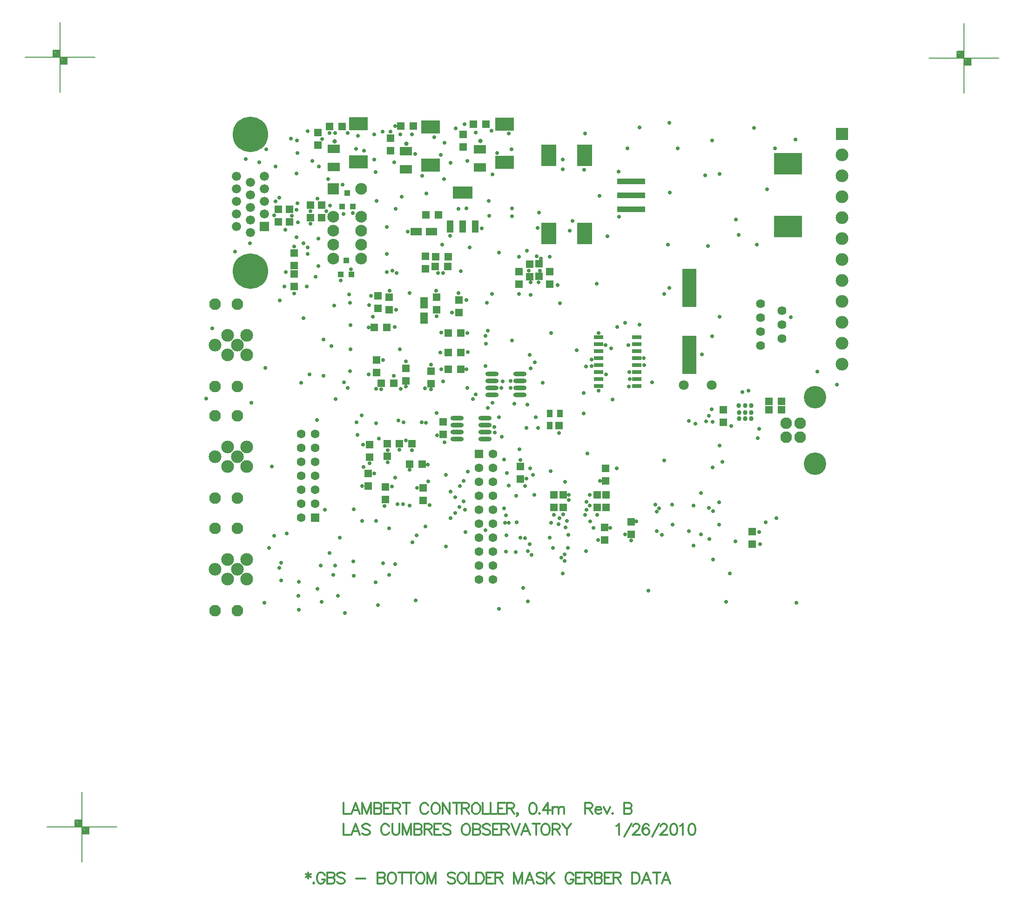
<source format=gbs>
%FSLAX23Y23*%
%MOIN*%
G70*
G01*
G75*
G04 Layer_Color=16711935*
%ADD10R,0.070X0.135*%
%ADD11R,0.067X0.014*%
%ADD12R,0.050X0.015*%
%ADD13R,0.039X0.059*%
%ADD14R,0.050X0.050*%
%ADD15R,0.035X0.053*%
%ADD16R,0.053X0.053*%
%ADD17R,0.050X0.050*%
%ADD18O,0.087X0.024*%
%ADD19R,0.135X0.070*%
%ADD20R,0.030X0.125*%
%ADD21R,0.078X0.048*%
%ADD22R,0.067X0.040*%
%ADD23R,0.037X0.035*%
%ADD24R,0.037X0.035*%
%ADD25R,0.065X0.012*%
%ADD26R,0.065X0.024*%
%ADD27R,0.075X0.063*%
%ADD28R,0.063X0.106*%
%ADD29R,0.150X0.110*%
%ADD30O,0.028X0.018*%
%ADD31R,0.067X0.067*%
%ADD32R,0.125X0.170*%
%ADD33R,0.110X0.030*%
%ADD34O,0.083X0.012*%
%ADD35O,0.012X0.083*%
%ADD36R,0.138X0.085*%
%ADD37R,0.043X0.085*%
%ADD38R,0.043X0.085*%
%ADD39R,0.047X0.055*%
%ADD40O,0.012X0.071*%
%ADD41O,0.071X0.012*%
%ADD42R,0.075X0.059*%
%ADD43R,0.017X0.017*%
%ADD44R,0.134X0.134*%
%ADD45O,0.010X0.035*%
%ADD46O,0.035X0.010*%
%ADD47C,0.010*%
%ADD48C,0.040*%
%ADD49C,0.075*%
%ADD50C,0.005*%
%ADD51C,0.020*%
%ADD52C,0.012*%
%ADD53C,0.008*%
%ADD54C,0.012*%
%ADD55C,0.012*%
%ADD56C,0.080*%
%ADD57R,0.080X0.080*%
%ADD58C,0.067*%
%ADD59C,0.060*%
%ADD60C,0.020*%
%ADD61C,0.059*%
%ADD62R,0.059X0.059*%
%ADD63C,0.157*%
%ADD64C,0.079*%
%ADD65C,0.087*%
%ADD66R,0.087X0.087*%
%ADD67C,0.250*%
%ADD68R,0.062X0.062*%
%ADD69C,0.062*%
%ADD70C,0.030*%
%ADD71C,0.024*%
%ADD72C,0.028*%
G04:AMPARAMS|DCode=73|XSize=100mil|YSize=100mil|CornerRadius=0mil|HoleSize=0mil|Usage=FLASHONLY|Rotation=0.000|XOffset=0mil|YOffset=0mil|HoleType=Round|Shape=Relief|Width=10mil|Gap=10mil|Entries=4|*
%AMTHD73*
7,0,0,0.100,0.080,0.010,45*
%
%ADD73THD73*%
%ADD74C,0.044*%
%ADD75C,0.059*%
%ADD76C,0.050*%
%ADD77C,0.030*%
%ADD78C,0.055*%
%ADD79C,0.111*%
%ADD80C,0.056*%
%ADD81C,0.147*%
%ADD82C,0.067*%
%ADD83C,0.140*%
%ADD84C,0.055*%
%ADD85C,0.036*%
%ADD86C,0.071*%
%ADD87C,0.130*%
%ADD88C,0.103*%
G04:AMPARAMS|DCode=89|XSize=70mil|YSize=70mil|CornerRadius=0mil|HoleSize=0mil|Usage=FLASHONLY|Rotation=0.000|XOffset=0mil|YOffset=0mil|HoleType=Round|Shape=Relief|Width=10mil|Gap=10mil|Entries=4|*
%AMTHD89*
7,0,0,0.070,0.050,0.010,45*
%
%ADD89THD89*%
%ADD90C,0.033*%
G04:AMPARAMS|DCode=91|XSize=90mil|YSize=90mil|CornerRadius=0mil|HoleSize=0mil|Usage=FLASHONLY|Rotation=0.000|XOffset=0mil|YOffset=0mil|HoleType=Round|Shape=Relief|Width=10mil|Gap=10mil|Entries=4|*
%AMTHD91*
7,0,0,0.090,0.070,0.010,45*
%
%ADD91THD91*%
G04:AMPARAMS|DCode=92|XSize=95.433mil|YSize=95.433mil|CornerRadius=0mil|HoleSize=0mil|Usage=FLASHONLY|Rotation=0.000|XOffset=0mil|YOffset=0mil|HoleType=Round|Shape=Relief|Width=10mil|Gap=10mil|Entries=4|*
%AMTHD92*
7,0,0,0.095,0.075,0.010,45*
%
%ADD92THD92*%
G04:AMPARAMS|DCode=93|XSize=150.551mil|YSize=150.551mil|CornerRadius=0mil|HoleSize=0mil|Usage=FLASHONLY|Rotation=0.000|XOffset=0mil|YOffset=0mil|HoleType=Round|Shape=Relief|Width=10mil|Gap=10mil|Entries=4|*
%AMTHD93*
7,0,0,0.151,0.131,0.010,45*
%
%ADD93THD93*%
G04:AMPARAMS|DCode=94|XSize=96.221mil|YSize=96.221mil|CornerRadius=0mil|HoleSize=0mil|Usage=FLASHONLY|Rotation=0.000|XOffset=0mil|YOffset=0mil|HoleType=Round|Shape=Relief|Width=10mil|Gap=10mil|Entries=4|*
%AMTHD94*
7,0,0,0.096,0.076,0.010,45*
%
%ADD94THD94*%
G04:AMPARAMS|DCode=95|XSize=107.244mil|YSize=107.244mil|CornerRadius=0mil|HoleSize=0mil|Usage=FLASHONLY|Rotation=0.000|XOffset=0mil|YOffset=0mil|HoleType=Round|Shape=Relief|Width=10mil|Gap=10mil|Entries=4|*
%AMTHD95*
7,0,0,0.107,0.087,0.010,45*
%
%ADD95THD95*%
G04:AMPARAMS|DCode=96|XSize=180mil|YSize=180mil|CornerRadius=0mil|HoleSize=0mil|Usage=FLASHONLY|Rotation=0.000|XOffset=0mil|YOffset=0mil|HoleType=Round|Shape=Relief|Width=10mil|Gap=10mil|Entries=4|*
%AMTHD96*
7,0,0,0.180,0.160,0.010,45*
%
%ADD96THD96*%
G04:AMPARAMS|DCode=97|XSize=95mil|YSize=95mil|CornerRadius=0mil|HoleSize=0mil|Usage=FLASHONLY|Rotation=0.000|XOffset=0mil|YOffset=0mil|HoleType=Round|Shape=Relief|Width=10mil|Gap=10mil|Entries=4|*
%AMTHD97*
7,0,0,0.095,0.075,0.010,45*
%
%ADD97THD97*%
G04:AMPARAMS|DCode=98|XSize=75.748mil|YSize=75.748mil|CornerRadius=0mil|HoleSize=0mil|Usage=FLASHONLY|Rotation=0.000|XOffset=0mil|YOffset=0mil|HoleType=Round|Shape=Relief|Width=10mil|Gap=10mil|Entries=4|*
%AMTHD98*
7,0,0,0.076,0.056,0.010,45*
%
%ADD98THD98*%
G04:AMPARAMS|DCode=99|XSize=111.181mil|YSize=111.181mil|CornerRadius=0mil|HoleSize=0mil|Usage=FLASHONLY|Rotation=0.000|XOffset=0mil|YOffset=0mil|HoleType=Round|Shape=Relief|Width=10mil|Gap=10mil|Entries=4|*
%AMTHD99*
7,0,0,0.111,0.091,0.010,45*
%
%ADD99THD99*%
G04:AMPARAMS|DCode=100|XSize=73mil|YSize=73mil|CornerRadius=0mil|HoleSize=0mil|Usage=FLASHONLY|Rotation=0.000|XOffset=0mil|YOffset=0mil|HoleType=Round|Shape=Relief|Width=10mil|Gap=10mil|Entries=4|*
%AMTHD100*
7,0,0,0.073,0.053,0.010,45*
%
%ADD100THD100*%
%ADD101O,0.091X0.028*%
%ADD102R,0.048X0.078*%
%ADD103R,0.200X0.040*%
%ADD104R,0.200X0.150*%
%ADD105R,0.106X0.150*%
%ADD106R,0.086X0.060*%
%ADD107R,0.130X0.094*%
%ADD108R,0.098X0.268*%
%ADD109R,0.035X0.037*%
%ADD110R,0.035X0.037*%
%ADD111C,0.010*%
%ADD112C,0.010*%
%ADD113C,0.007*%
%ADD114C,0.008*%
%ADD115C,0.024*%
%ADD116C,0.012*%
%ADD117C,0.012*%
%ADD118C,0.007*%
%ADD119R,0.280X0.130*%
%ADD120R,0.074X0.139*%
%ADD121R,0.071X0.018*%
%ADD122R,0.054X0.019*%
%ADD123R,0.043X0.063*%
%ADD124R,0.054X0.054*%
%ADD125R,0.039X0.057*%
%ADD126R,0.057X0.057*%
%ADD127R,0.054X0.054*%
%ADD128O,0.091X0.028*%
%ADD129R,0.139X0.074*%
%ADD130R,0.034X0.129*%
%ADD131R,0.082X0.052*%
%ADD132R,0.071X0.044*%
%ADD133R,0.041X0.039*%
%ADD134R,0.041X0.039*%
%ADD135R,0.069X0.016*%
%ADD136R,0.069X0.028*%
%ADD137R,0.079X0.067*%
%ADD138R,0.067X0.110*%
%ADD139R,0.154X0.114*%
%ADD140O,0.032X0.022*%
%ADD141R,0.071X0.071*%
%ADD142R,0.129X0.174*%
%ADD143R,0.114X0.034*%
%ADD144O,0.087X0.016*%
%ADD145O,0.016X0.087*%
%ADD146R,0.142X0.089*%
%ADD147R,0.047X0.089*%
%ADD148R,0.047X0.089*%
%ADD149R,0.051X0.059*%
%ADD150O,0.016X0.075*%
%ADD151O,0.075X0.016*%
%ADD152R,0.079X0.063*%
%ADD153R,0.021X0.021*%
%ADD154R,0.138X0.138*%
%ADD155O,0.014X0.039*%
%ADD156O,0.039X0.014*%
%ADD157C,0.084*%
%ADD158R,0.084X0.084*%
%ADD159C,0.004*%
%ADD160C,0.071*%
%ADD161C,0.064*%
%ADD162C,0.063*%
%ADD163R,0.063X0.063*%
%ADD164C,0.161*%
%ADD165C,0.083*%
%ADD166R,0.004X0.004*%
%ADD167C,0.091*%
%ADD168R,0.091X0.091*%
%ADD169C,0.254*%
%ADD170R,0.066X0.066*%
%ADD171C,0.066*%
%ADD172C,0.034*%
%ADD173C,0.032*%
%ADD174O,0.095X0.032*%
%ADD175R,0.052X0.082*%
%ADD176R,0.204X0.044*%
%ADD177R,0.204X0.154*%
%ADD178R,0.110X0.154*%
%ADD179R,0.090X0.064*%
%ADD180R,0.134X0.098*%
%ADD181R,0.102X0.272*%
%ADD182R,0.039X0.041*%
%ADD183R,0.039X0.041*%
D52*
X20279Y9600D02*
Y9555D01*
X20260Y9589D02*
X20298Y9566D01*
Y9589D02*
X20260Y9566D01*
X20318Y9528D02*
X20315Y9524D01*
X20318Y9520D01*
X20322Y9524D01*
X20318Y9528D01*
X20397Y9581D02*
X20393Y9589D01*
X20385Y9597D01*
X20378Y9600D01*
X20363D01*
X20355Y9597D01*
X20347Y9589D01*
X20344Y9581D01*
X20340Y9570D01*
Y9551D01*
X20344Y9540D01*
X20347Y9532D01*
X20355Y9524D01*
X20363Y9520D01*
X20378D01*
X20385Y9524D01*
X20393Y9532D01*
X20397Y9540D01*
Y9551D01*
X20378D02*
X20397D01*
X20415Y9600D02*
Y9520D01*
Y9600D02*
X20449D01*
X20461Y9597D01*
X20465Y9593D01*
X20468Y9585D01*
Y9578D01*
X20465Y9570D01*
X20461Y9566D01*
X20449Y9562D01*
X20415D02*
X20449D01*
X20461Y9559D01*
X20465Y9555D01*
X20468Y9547D01*
Y9536D01*
X20465Y9528D01*
X20461Y9524D01*
X20449Y9520D01*
X20415D01*
X20540Y9589D02*
X20532Y9597D01*
X20521Y9600D01*
X20505D01*
X20494Y9597D01*
X20486Y9589D01*
Y9581D01*
X20490Y9574D01*
X20494Y9570D01*
X20502Y9566D01*
X20524Y9559D01*
X20532Y9555D01*
X20536Y9551D01*
X20540Y9543D01*
Y9532D01*
X20532Y9524D01*
X20521Y9520D01*
X20505D01*
X20494Y9524D01*
X20486Y9532D01*
X20620Y9555D02*
X20689D01*
X20775Y9600D02*
Y9520D01*
Y9600D02*
X20810D01*
X20821Y9597D01*
X20825Y9593D01*
X20829Y9585D01*
Y9578D01*
X20825Y9570D01*
X20821Y9566D01*
X20810Y9562D01*
X20775D02*
X20810D01*
X20821Y9559D01*
X20825Y9555D01*
X20829Y9547D01*
Y9536D01*
X20825Y9528D01*
X20821Y9524D01*
X20810Y9520D01*
X20775D01*
X20869Y9600D02*
X20862Y9597D01*
X20854Y9589D01*
X20850Y9581D01*
X20847Y9570D01*
Y9551D01*
X20850Y9540D01*
X20854Y9532D01*
X20862Y9524D01*
X20869Y9520D01*
X20885D01*
X20892Y9524D01*
X20900Y9532D01*
X20904Y9540D01*
X20908Y9551D01*
Y9570D01*
X20904Y9581D01*
X20900Y9589D01*
X20892Y9597D01*
X20885Y9600D01*
X20869D01*
X20953D02*
Y9520D01*
X20926Y9600D02*
X20980D01*
X21016D02*
Y9520D01*
X20989Y9600D02*
X21042D01*
X21075D02*
X21067Y9597D01*
X21060Y9589D01*
X21056Y9581D01*
X21052Y9570D01*
Y9551D01*
X21056Y9540D01*
X21060Y9532D01*
X21067Y9524D01*
X21075Y9520D01*
X21090D01*
X21098Y9524D01*
X21105Y9532D01*
X21109Y9540D01*
X21113Y9551D01*
Y9570D01*
X21109Y9581D01*
X21105Y9589D01*
X21098Y9597D01*
X21090Y9600D01*
X21075D01*
X21132D02*
Y9520D01*
Y9600D02*
X21162Y9520D01*
X21192Y9600D02*
X21162Y9520D01*
X21192Y9600D02*
Y9520D01*
X21331Y9589D02*
X21324Y9597D01*
X21312Y9600D01*
X21297D01*
X21286Y9597D01*
X21278Y9589D01*
Y9581D01*
X21282Y9574D01*
X21286Y9570D01*
X21293Y9566D01*
X21316Y9559D01*
X21324Y9555D01*
X21328Y9551D01*
X21331Y9543D01*
Y9532D01*
X21324Y9524D01*
X21312Y9520D01*
X21297D01*
X21286Y9524D01*
X21278Y9532D01*
X21372Y9600D02*
X21365Y9597D01*
X21357Y9589D01*
X21353Y9581D01*
X21349Y9570D01*
Y9551D01*
X21353Y9540D01*
X21357Y9532D01*
X21365Y9524D01*
X21372Y9520D01*
X21387D01*
X21395Y9524D01*
X21403Y9532D01*
X21407Y9540D01*
X21410Y9551D01*
Y9570D01*
X21407Y9581D01*
X21403Y9589D01*
X21395Y9597D01*
X21387Y9600D01*
X21372D01*
X21429D02*
Y9520D01*
X21475D01*
X21483Y9600D02*
Y9520D01*
Y9600D02*
X21510D01*
X21522Y9597D01*
X21529Y9589D01*
X21533Y9581D01*
X21537Y9570D01*
Y9551D01*
X21533Y9540D01*
X21529Y9532D01*
X21522Y9524D01*
X21510Y9520D01*
X21483D01*
X21604Y9600D02*
X21555D01*
Y9520D01*
X21604D01*
X21555Y9562D02*
X21585D01*
X21618Y9600D02*
Y9520D01*
Y9600D02*
X21652D01*
X21663Y9597D01*
X21667Y9593D01*
X21671Y9585D01*
Y9578D01*
X21667Y9570D01*
X21663Y9566D01*
X21652Y9562D01*
X21618D01*
X21644D02*
X21671Y9520D01*
X21752Y9600D02*
Y9520D01*
Y9600D02*
X21782Y9520D01*
X21813Y9600D02*
X21782Y9520D01*
X21813Y9600D02*
Y9520D01*
X21896D02*
X21866Y9600D01*
X21835Y9520D01*
X21847Y9547D02*
X21885D01*
X21968Y9589D02*
X21961Y9597D01*
X21949Y9600D01*
X21934D01*
X21923Y9597D01*
X21915Y9589D01*
Y9581D01*
X21919Y9574D01*
X21923Y9570D01*
X21930Y9566D01*
X21953Y9559D01*
X21961Y9555D01*
X21964Y9551D01*
X21968Y9543D01*
Y9532D01*
X21961Y9524D01*
X21949Y9520D01*
X21934D01*
X21923Y9524D01*
X21915Y9532D01*
X21986Y9600D02*
Y9520D01*
X22040Y9600D02*
X21986Y9547D01*
X22005Y9566D02*
X22040Y9520D01*
X22177Y9581D02*
X22174Y9589D01*
X22166Y9597D01*
X22158Y9600D01*
X22143D01*
X22136Y9597D01*
X22128Y9589D01*
X22124Y9581D01*
X22120Y9570D01*
Y9551D01*
X22124Y9540D01*
X22128Y9532D01*
X22136Y9524D01*
X22143Y9520D01*
X22158D01*
X22166Y9524D01*
X22174Y9532D01*
X22177Y9540D01*
Y9551D01*
X22158D02*
X22177D01*
X22245Y9600D02*
X22196D01*
Y9520D01*
X22245D01*
X22196Y9562D02*
X22226D01*
X22259Y9600D02*
Y9520D01*
Y9600D02*
X22293D01*
X22304Y9597D01*
X22308Y9593D01*
X22312Y9585D01*
Y9578D01*
X22308Y9570D01*
X22304Y9566D01*
X22293Y9562D01*
X22259D01*
X22285D02*
X22312Y9520D01*
X22330Y9600D02*
Y9520D01*
Y9600D02*
X22364D01*
X22375Y9597D01*
X22379Y9593D01*
X22383Y9585D01*
Y9578D01*
X22379Y9570D01*
X22375Y9566D01*
X22364Y9562D01*
X22330D02*
X22364D01*
X22375Y9559D01*
X22379Y9555D01*
X22383Y9547D01*
Y9536D01*
X22379Y9528D01*
X22375Y9524D01*
X22364Y9520D01*
X22330D01*
X22450Y9600D02*
X22401D01*
Y9520D01*
X22450D01*
X22401Y9562D02*
X22431D01*
X22464Y9600D02*
Y9520D01*
Y9600D02*
X22498D01*
X22510Y9597D01*
X22513Y9593D01*
X22517Y9585D01*
Y9578D01*
X22513Y9570D01*
X22510Y9566D01*
X22498Y9562D01*
X22464D01*
X22490D02*
X22517Y9520D01*
X22598Y9600D02*
Y9520D01*
Y9600D02*
X22625D01*
X22636Y9597D01*
X22644Y9589D01*
X22647Y9581D01*
X22651Y9570D01*
Y9551D01*
X22647Y9540D01*
X22644Y9532D01*
X22636Y9524D01*
X22625Y9520D01*
X22598D01*
X22730D02*
X22700Y9600D01*
X22669Y9520D01*
X22681Y9547D02*
X22719D01*
X22775Y9600D02*
Y9520D01*
X22749Y9600D02*
X22802D01*
X22872Y9520D02*
X22842Y9600D01*
X22812Y9520D01*
X22823Y9547D02*
X22861D01*
D53*
X24726Y15436D02*
X25226D01*
X24976Y15186D02*
Y15686D01*
X24926Y15486D02*
X24926Y15436D01*
X24926Y15486D02*
X24976Y15486D01*
X25026Y15436D02*
X25026Y15386D01*
X24976Y15386D02*
X25026Y15386D01*
X24981Y15431D02*
X25021D01*
Y15391D02*
Y15431D01*
X24981Y15391D02*
X25021D01*
X24981D02*
Y15431D01*
X24986Y15426D02*
X25016D01*
Y15396D02*
Y15426D01*
X24986Y15396D02*
X25016D01*
X24986D02*
Y15421D01*
X24991D02*
X25011D01*
X25011Y15401D01*
X24991Y15401D02*
X25011Y15401D01*
X24991Y15401D02*
Y15416D01*
X24996Y15416D02*
X25006Y15416D01*
Y15406D02*
Y15416D01*
X24996Y15406D02*
X25006D01*
X24996D02*
X24996Y15416D01*
Y15411D02*
X25006D01*
X24931Y15481D02*
X24971D01*
Y15441D02*
Y15481D01*
X24931Y15441D02*
X24971D01*
X24931D02*
Y15481D01*
X24936Y15476D02*
X24966D01*
Y15446D02*
Y15476D01*
X24936Y15446D02*
X24966D01*
X24936D02*
Y15471D01*
X24941D02*
X24961Y15471D01*
Y15451D02*
Y15471D01*
X24941Y15451D02*
X24961D01*
X24941D02*
Y15466D01*
X24946D02*
X24956D01*
X24956Y15456D02*
X24956Y15466D01*
X24946Y15456D02*
X24956Y15456D01*
X24946Y15456D02*
Y15466D01*
Y15461D02*
X24956D01*
X18250Y15444D02*
X18750D01*
X18500Y15194D02*
Y15694D01*
X18450Y15494D02*
X18450Y15444D01*
X18450Y15494D02*
X18500Y15494D01*
X18550Y15444D02*
X18550Y15394D01*
X18500Y15394D02*
X18550Y15394D01*
X18505Y15439D02*
X18545D01*
Y15399D02*
Y15439D01*
X18505Y15399D02*
X18545D01*
X18505D02*
Y15439D01*
X18510Y15434D02*
X18540D01*
Y15404D02*
Y15434D01*
X18510Y15404D02*
X18540D01*
X18510D02*
Y15429D01*
X18515D02*
X18535D01*
X18535Y15409D01*
X18515Y15409D02*
X18535Y15409D01*
X18515Y15409D02*
Y15424D01*
X18520Y15424D02*
X18530Y15424D01*
Y15414D02*
Y15424D01*
X18520Y15414D02*
X18530D01*
X18520D02*
X18520Y15424D01*
Y15419D02*
X18530D01*
X18455Y15489D02*
X18495D01*
Y15449D02*
Y15489D01*
X18455Y15449D02*
X18495D01*
X18455D02*
Y15489D01*
X18460Y15484D02*
X18490D01*
Y15454D02*
Y15484D01*
X18460Y15454D02*
X18490D01*
X18460D02*
Y15479D01*
X18465D02*
X18485Y15479D01*
Y15459D02*
Y15479D01*
X18465Y15459D02*
X18485D01*
X18465D02*
Y15474D01*
X18470D02*
X18480D01*
X18480Y15464D02*
X18480Y15474D01*
X18470Y15464D02*
X18480Y15464D01*
X18470Y15464D02*
Y15474D01*
Y15469D02*
X18480D01*
X18407Y9927D02*
X18907D01*
X18657Y9677D02*
Y10177D01*
X18607Y9977D02*
X18607Y9927D01*
X18607Y9977D02*
X18657Y9977D01*
X18707Y9927D02*
X18707Y9877D01*
X18657Y9877D02*
X18707Y9877D01*
X18662Y9922D02*
X18702D01*
Y9882D02*
Y9922D01*
X18662Y9882D02*
X18702D01*
X18662D02*
Y9922D01*
X18667Y9917D02*
X18697D01*
Y9887D02*
Y9917D01*
X18667Y9887D02*
X18697D01*
X18667D02*
Y9912D01*
X18672D02*
X18692D01*
X18692Y9892D01*
X18672Y9892D02*
X18692Y9892D01*
X18672Y9892D02*
Y9907D01*
X18677Y9907D02*
X18687Y9907D01*
Y9897D02*
Y9907D01*
X18677Y9897D02*
X18687D01*
X18677D02*
X18677Y9907D01*
Y9902D02*
X18687D01*
X18612Y9972D02*
X18652D01*
Y9932D02*
Y9972D01*
X18612Y9932D02*
X18652D01*
X18612D02*
Y9972D01*
X18617Y9967D02*
X18647D01*
Y9937D02*
Y9967D01*
X18617Y9937D02*
X18647D01*
X18617D02*
Y9962D01*
X18622D02*
X18642Y9962D01*
Y9942D02*
Y9962D01*
X18622Y9942D02*
X18642D01*
X18622D02*
Y9957D01*
X18627D02*
X18637D01*
X18637Y9947D02*
X18637Y9957D01*
X18627Y9947D02*
X18637Y9947D01*
X18627Y9947D02*
Y9957D01*
Y9952D02*
X18637D01*
D54*
X20532Y9948D02*
Y9868D01*
X20578D01*
X20648D02*
X20617Y9948D01*
X20587Y9868D01*
X20598Y9895D02*
X20636D01*
X20720Y9937D02*
X20712Y9944D01*
X20700Y9948D01*
X20685D01*
X20674Y9944D01*
X20666Y9937D01*
Y9929D01*
X20670Y9921D01*
X20674Y9918D01*
X20681Y9914D01*
X20704Y9906D01*
X20712Y9902D01*
X20716Y9899D01*
X20720Y9891D01*
Y9879D01*
X20712Y9872D01*
X20700Y9868D01*
X20685D01*
X20674Y9872D01*
X20666Y9879D01*
X20857Y9929D02*
X20854Y9937D01*
X20846Y9944D01*
X20838Y9948D01*
X20823D01*
X20816Y9944D01*
X20808Y9937D01*
X20804Y9929D01*
X20800Y9918D01*
Y9899D01*
X20804Y9887D01*
X20808Y9879D01*
X20816Y9872D01*
X20823Y9868D01*
X20838D01*
X20846Y9872D01*
X20854Y9879D01*
X20857Y9887D01*
X20880Y9948D02*
Y9891D01*
X20884Y9879D01*
X20891Y9872D01*
X20903Y9868D01*
X20910D01*
X20922Y9872D01*
X20929Y9879D01*
X20933Y9891D01*
Y9948D01*
X20955D02*
Y9868D01*
Y9948D02*
X20986Y9868D01*
X21016Y9948D02*
X20986Y9868D01*
X21016Y9948D02*
Y9868D01*
X21039Y9948D02*
Y9868D01*
Y9948D02*
X21073D01*
X21085Y9944D01*
X21089Y9940D01*
X21092Y9933D01*
Y9925D01*
X21089Y9918D01*
X21085Y9914D01*
X21073Y9910D01*
X21039D02*
X21073D01*
X21085Y9906D01*
X21089Y9902D01*
X21092Y9895D01*
Y9883D01*
X21089Y9876D01*
X21085Y9872D01*
X21073Y9868D01*
X21039D01*
X21110Y9948D02*
Y9868D01*
Y9948D02*
X21145D01*
X21156Y9944D01*
X21160Y9940D01*
X21164Y9933D01*
Y9925D01*
X21160Y9918D01*
X21156Y9914D01*
X21145Y9910D01*
X21110D01*
X21137D02*
X21164Y9868D01*
X21231Y9948D02*
X21182D01*
Y9868D01*
X21231D01*
X21182Y9910D02*
X21212D01*
X21298Y9937D02*
X21290Y9944D01*
X21279Y9948D01*
X21263D01*
X21252Y9944D01*
X21244Y9937D01*
Y9929D01*
X21248Y9921D01*
X21252Y9918D01*
X21260Y9914D01*
X21282Y9906D01*
X21290Y9902D01*
X21294Y9899D01*
X21298Y9891D01*
Y9879D01*
X21290Y9872D01*
X21279Y9868D01*
X21263D01*
X21252Y9872D01*
X21244Y9879D01*
X21401Y9948D02*
X21394Y9944D01*
X21386Y9937D01*
X21382Y9929D01*
X21378Y9918D01*
Y9899D01*
X21382Y9887D01*
X21386Y9879D01*
X21394Y9872D01*
X21401Y9868D01*
X21417D01*
X21424Y9872D01*
X21432Y9879D01*
X21436Y9887D01*
X21439Y9899D01*
Y9918D01*
X21436Y9929D01*
X21432Y9937D01*
X21424Y9944D01*
X21417Y9948D01*
X21401D01*
X21458D02*
Y9868D01*
Y9948D02*
X21492D01*
X21504Y9944D01*
X21508Y9940D01*
X21511Y9933D01*
Y9925D01*
X21508Y9918D01*
X21504Y9914D01*
X21492Y9910D01*
X21458D02*
X21492D01*
X21504Y9906D01*
X21508Y9902D01*
X21511Y9895D01*
Y9883D01*
X21508Y9876D01*
X21504Y9872D01*
X21492Y9868D01*
X21458D01*
X21583Y9937D02*
X21575Y9944D01*
X21564Y9948D01*
X21548D01*
X21537Y9944D01*
X21529Y9937D01*
Y9929D01*
X21533Y9921D01*
X21537Y9918D01*
X21544Y9914D01*
X21567Y9906D01*
X21575Y9902D01*
X21579Y9899D01*
X21583Y9891D01*
Y9879D01*
X21575Y9872D01*
X21564Y9868D01*
X21548D01*
X21537Y9872D01*
X21529Y9879D01*
X21650Y9948D02*
X21600D01*
Y9868D01*
X21650D01*
X21600Y9910D02*
X21631D01*
X21663Y9948D02*
Y9868D01*
Y9948D02*
X21698D01*
X21709Y9944D01*
X21713Y9940D01*
X21717Y9933D01*
Y9925D01*
X21713Y9918D01*
X21709Y9914D01*
X21698Y9910D01*
X21663D01*
X21690D02*
X21717Y9868D01*
X21735Y9948D02*
X21765Y9868D01*
X21795Y9948D02*
X21765Y9868D01*
X21867D02*
X21836Y9948D01*
X21806Y9868D01*
X21817Y9895D02*
X21855D01*
X21912Y9948D02*
Y9868D01*
X21885Y9948D02*
X21939D01*
X21971D02*
X21963Y9944D01*
X21956Y9937D01*
X21952Y9929D01*
X21948Y9918D01*
Y9899D01*
X21952Y9887D01*
X21956Y9879D01*
X21963Y9872D01*
X21971Y9868D01*
X21986D01*
X21994Y9872D01*
X22002Y9879D01*
X22005Y9887D01*
X22009Y9899D01*
Y9918D01*
X22005Y9929D01*
X22002Y9937D01*
X21994Y9944D01*
X21986Y9948D01*
X21971D01*
X22028D02*
Y9868D01*
Y9948D02*
X22062D01*
X22074Y9944D01*
X22077Y9940D01*
X22081Y9933D01*
Y9925D01*
X22077Y9918D01*
X22074Y9914D01*
X22062Y9910D01*
X22028D01*
X22054D02*
X22081Y9868D01*
X22099Y9948D02*
X22130Y9910D01*
Y9868D01*
X22160Y9948D02*
X22130Y9910D01*
X22484Y9933D02*
X22492Y9937D01*
X22504Y9948D01*
Y9868D01*
X22543Y9857D02*
X22596Y9948D01*
X22606Y9929D02*
Y9933D01*
X22609Y9940D01*
X22613Y9944D01*
X22621Y9948D01*
X22636D01*
X22644Y9944D01*
X22647Y9940D01*
X22651Y9933D01*
Y9925D01*
X22647Y9918D01*
X22640Y9906D01*
X22602Y9868D01*
X22655D01*
X22719Y9937D02*
X22715Y9944D01*
X22703Y9948D01*
X22696D01*
X22684Y9944D01*
X22677Y9933D01*
X22673Y9914D01*
Y9895D01*
X22677Y9879D01*
X22684Y9872D01*
X22696Y9868D01*
X22700D01*
X22711Y9872D01*
X22719Y9879D01*
X22723Y9891D01*
Y9895D01*
X22719Y9906D01*
X22711Y9914D01*
X22700Y9918D01*
X22696D01*
X22684Y9914D01*
X22677Y9906D01*
X22673Y9895D01*
X22740Y9857D02*
X22793Y9948D01*
X22803Y9929D02*
Y9933D01*
X22806Y9940D01*
X22810Y9944D01*
X22818Y9948D01*
X22833D01*
X22841Y9944D01*
X22844Y9940D01*
X22848Y9933D01*
Y9925D01*
X22844Y9918D01*
X22837Y9906D01*
X22799Y9868D01*
X22852D01*
X22893Y9948D02*
X22881Y9944D01*
X22874Y9933D01*
X22870Y9914D01*
Y9902D01*
X22874Y9883D01*
X22881Y9872D01*
X22893Y9868D01*
X22900D01*
X22912Y9872D01*
X22919Y9883D01*
X22923Y9902D01*
Y9914D01*
X22919Y9933D01*
X22912Y9944D01*
X22900Y9948D01*
X22893D01*
X22941Y9933D02*
X22949Y9937D01*
X22960Y9948D01*
Y9868D01*
X23023Y9948D02*
X23011Y9944D01*
X23004Y9933D01*
X23000Y9914D01*
Y9902D01*
X23004Y9883D01*
X23011Y9872D01*
X23023Y9868D01*
X23030D01*
X23042Y9872D01*
X23049Y9883D01*
X23053Y9902D01*
Y9914D01*
X23049Y9933D01*
X23042Y9944D01*
X23030Y9948D01*
X23023D01*
D55*
X20532Y10098D02*
Y10018D01*
X20578D01*
X20648D02*
X20617Y10098D01*
X20587Y10018D01*
X20598Y10045D02*
X20636D01*
X20666Y10098D02*
Y10018D01*
Y10098D02*
X20697Y10018D01*
X20727Y10098D02*
X20697Y10018D01*
X20727Y10098D02*
Y10018D01*
X20750Y10098D02*
Y10018D01*
Y10098D02*
X20784D01*
X20796Y10094D01*
X20800Y10090D01*
X20803Y10083D01*
Y10075D01*
X20800Y10068D01*
X20796Y10064D01*
X20784Y10060D01*
X20750D02*
X20784D01*
X20796Y10056D01*
X20800Y10052D01*
X20803Y10045D01*
Y10033D01*
X20800Y10026D01*
X20796Y10022D01*
X20784Y10018D01*
X20750D01*
X20871Y10098D02*
X20821D01*
Y10018D01*
X20871D01*
X20821Y10060D02*
X20852D01*
X20884Y10098D02*
Y10018D01*
Y10098D02*
X20918D01*
X20930Y10094D01*
X20934Y10090D01*
X20937Y10083D01*
Y10075D01*
X20934Y10068D01*
X20930Y10064D01*
X20918Y10060D01*
X20884D01*
X20911D02*
X20937Y10018D01*
X20982Y10098D02*
Y10018D01*
X20955Y10098D02*
X21009D01*
X21138Y10079D02*
X21134Y10087D01*
X21127Y10094D01*
X21119Y10098D01*
X21104D01*
X21096Y10094D01*
X21089Y10087D01*
X21085Y10079D01*
X21081Y10068D01*
Y10049D01*
X21085Y10037D01*
X21089Y10029D01*
X21096Y10022D01*
X21104Y10018D01*
X21119D01*
X21127Y10022D01*
X21134Y10029D01*
X21138Y10037D01*
X21183Y10098D02*
X21176Y10094D01*
X21168Y10087D01*
X21164Y10079D01*
X21161Y10068D01*
Y10049D01*
X21164Y10037D01*
X21168Y10029D01*
X21176Y10022D01*
X21183Y10018D01*
X21199D01*
X21206Y10022D01*
X21214Y10029D01*
X21218Y10037D01*
X21222Y10049D01*
Y10068D01*
X21218Y10079D01*
X21214Y10087D01*
X21206Y10094D01*
X21199Y10098D01*
X21183D01*
X21240D02*
Y10018D01*
Y10098D02*
X21293Y10018D01*
Y10098D02*
Y10018D01*
X21342Y10098D02*
Y10018D01*
X21316Y10098D02*
X21369D01*
X21378D02*
Y10018D01*
Y10098D02*
X21413D01*
X21424Y10094D01*
X21428Y10090D01*
X21432Y10083D01*
Y10075D01*
X21428Y10068D01*
X21424Y10064D01*
X21413Y10060D01*
X21378D01*
X21405D02*
X21432Y10018D01*
X21473Y10098D02*
X21465Y10094D01*
X21457Y10087D01*
X21453Y10079D01*
X21450Y10068D01*
Y10049D01*
X21453Y10037D01*
X21457Y10029D01*
X21465Y10022D01*
X21473Y10018D01*
X21488D01*
X21495Y10022D01*
X21503Y10029D01*
X21507Y10037D01*
X21511Y10049D01*
Y10068D01*
X21507Y10079D01*
X21503Y10087D01*
X21495Y10094D01*
X21488Y10098D01*
X21473D01*
X21529D02*
Y10018D01*
X21575D01*
X21584Y10098D02*
Y10018D01*
X21629D01*
X21688Y10098D02*
X21638D01*
Y10018D01*
X21688D01*
X21638Y10060D02*
X21669D01*
X21701Y10098D02*
Y10018D01*
Y10098D02*
X21735D01*
X21747Y10094D01*
X21751Y10090D01*
X21754Y10083D01*
Y10075D01*
X21751Y10068D01*
X21747Y10064D01*
X21735Y10060D01*
X21701D01*
X21728D02*
X21754Y10018D01*
X21780Y10022D02*
X21776Y10018D01*
X21772Y10022D01*
X21776Y10026D01*
X21780Y10022D01*
Y10014D01*
X21776Y10007D01*
X21772Y10003D01*
X21883Y10098D02*
X21872Y10094D01*
X21864Y10083D01*
X21860Y10064D01*
Y10052D01*
X21864Y10033D01*
X21872Y10022D01*
X21883Y10018D01*
X21891D01*
X21902Y10022D01*
X21910Y10033D01*
X21914Y10052D01*
Y10064D01*
X21910Y10083D01*
X21902Y10094D01*
X21891Y10098D01*
X21883D01*
X21935Y10026D02*
X21931Y10022D01*
X21935Y10018D01*
X21939Y10022D01*
X21935Y10026D01*
X21995Y10098D02*
X21957Y10045D01*
X22014D01*
X21995Y10098D02*
Y10018D01*
X22028Y10071D02*
Y10018D01*
Y10056D02*
X22039Y10068D01*
X22047Y10071D01*
X22058D01*
X22066Y10068D01*
X22070Y10056D01*
Y10018D01*
Y10056D02*
X22081Y10068D01*
X22089Y10071D01*
X22100D01*
X22108Y10068D01*
X22112Y10056D01*
Y10018D01*
X22262Y10098D02*
Y10018D01*
Y10098D02*
X22297D01*
X22308Y10094D01*
X22312Y10090D01*
X22316Y10083D01*
Y10075D01*
X22312Y10068D01*
X22308Y10064D01*
X22297Y10060D01*
X22262D01*
X22289D02*
X22316Y10018D01*
X22334Y10049D02*
X22379D01*
Y10056D01*
X22376Y10064D01*
X22372Y10068D01*
X22364Y10071D01*
X22353D01*
X22345Y10068D01*
X22337Y10060D01*
X22334Y10049D01*
Y10041D01*
X22337Y10029D01*
X22345Y10022D01*
X22353Y10018D01*
X22364D01*
X22372Y10022D01*
X22379Y10029D01*
X22396Y10071D02*
X22419Y10018D01*
X22442Y10071D02*
X22419Y10018D01*
X22459Y10026D02*
X22455Y10022D01*
X22459Y10018D01*
X22463Y10022D01*
X22459Y10026D01*
X22543Y10098D02*
Y10018D01*
Y10098D02*
X22577D01*
X22589Y10094D01*
X22593Y10090D01*
X22596Y10083D01*
Y10075D01*
X22593Y10068D01*
X22589Y10064D01*
X22577Y10060D01*
X22543D02*
X22577D01*
X22589Y10056D01*
X22593Y10052D01*
X22596Y10045D01*
Y10033D01*
X22593Y10026D01*
X22589Y10022D01*
X22577Y10018D01*
X22543D01*
D71*
X21425Y14490D02*
D03*
X21386D02*
D03*
X21346D02*
D03*
Y14451D02*
D03*
X21386D02*
D03*
X21425D02*
D03*
D72*
X23514Y11953D02*
D03*
X23554Y12109D02*
D03*
X20044Y14411D02*
D03*
X20912Y13897D02*
D03*
X22577Y13186D02*
D03*
X20526Y14528D02*
D03*
X20841Y14034D02*
D03*
X20840Y13902D02*
D03*
X20597Y14326D02*
D03*
X20162Y14306D02*
D03*
X20586Y13923D02*
D03*
X20332Y13870D02*
D03*
X20295Y14339D02*
D03*
X20351Y14143D02*
D03*
X20196Y14152D02*
D03*
X20202Y14397D02*
D03*
X20351Y13947D02*
D03*
X20531Y14321D02*
D03*
X20513Y13844D02*
D03*
X20114Y14206D02*
D03*
X20073Y14437D02*
D03*
X20344Y14430D02*
D03*
X20294Y14248D02*
D03*
X20194Y14348D02*
D03*
X20034Y14308D02*
D03*
X20204Y14258D02*
D03*
X20407Y14338D02*
D03*
X20434Y14378D02*
D03*
X20154Y14858D02*
D03*
X20275Y14034D02*
D03*
X21958Y13111D02*
D03*
X20229D02*
D03*
X22032Y11925D02*
D03*
X21765Y11896D02*
D03*
X21847Y12954D02*
D03*
X21925Y12785D02*
D03*
X21755Y12958D02*
D03*
X21790Y12632D02*
D03*
X21665Y12723D02*
D03*
X21566Y13484D02*
D03*
X21614Y12753D02*
D03*
X21611Y12793D02*
D03*
X21728Y13073D02*
D03*
X21727Y13123D02*
D03*
X21670Y13120D02*
D03*
X21244D02*
D03*
X21663Y13073D02*
D03*
X21418D02*
D03*
X20535Y13112D02*
D03*
X21457Y12994D02*
D03*
X20563Y13073D02*
D03*
X21478Y13025D02*
D03*
X21868Y12497D02*
D03*
X21889Y12448D02*
D03*
X21841Y12785D02*
D03*
X21908Y12863D02*
D03*
X21645D02*
D03*
X21872Y13828D02*
D03*
X21208Y13897D02*
D03*
X21245Y13895D02*
D03*
X20458Y11733D02*
D03*
X20431Y11888D02*
D03*
X20086Y11693D02*
D03*
X20472Y11800D02*
D03*
X20369D02*
D03*
X20346Y11633D02*
D03*
X20287Y13168D02*
D03*
X20209Y11582D02*
D03*
X19964Y11533D02*
D03*
X20491Y11583D02*
D03*
X20542Y11458D02*
D03*
X20210Y11483D02*
D03*
X21738Y14304D02*
D03*
Y14361D02*
D03*
Y13414D02*
D03*
X22685Y13236D02*
D03*
X19593Y13498D02*
D03*
X20084Y11819D02*
D03*
X22115Y11833D02*
D03*
X19997Y11926D02*
D03*
X22092Y11855D02*
D03*
X21266Y12449D02*
D03*
Y11936D02*
D03*
X20126Y12030D02*
D03*
X21879Y11877D02*
D03*
X22114Y11879D02*
D03*
X22268Y11904D02*
D03*
X22103Y11743D02*
D03*
X22139Y11925D02*
D03*
X23389Y13042D02*
D03*
X23338Y11973D02*
D03*
X20506Y12000D02*
D03*
X21696Y11899D02*
D03*
X21697Y12016D02*
D03*
X22143Y12021D02*
D03*
X22410Y13169D02*
D03*
X22320Y12069D02*
D03*
X21054Y12017D02*
D03*
X22121Y12074D02*
D03*
X22297Y12115D02*
D03*
X23633Y12139D02*
D03*
X22073Y12097D02*
D03*
X21404Y12040D02*
D03*
X21403Y12199D02*
D03*
X21548Y12052D02*
D03*
X22133Y12121D02*
D03*
X21715Y12374D02*
D03*
Y12107D02*
D03*
X22263Y12164D02*
D03*
X21681Y12558D02*
D03*
X21682Y12209D02*
D03*
X21119Y12080D02*
D03*
X22078Y12140D02*
D03*
X21331Y12289D02*
D03*
X21330Y12175D02*
D03*
X21364Y12369D02*
D03*
X21363Y12219D02*
D03*
X22273Y12257D02*
D03*
X21392Y12407D02*
D03*
Y12259D02*
D03*
X22146Y12270D02*
D03*
X22082Y13680D02*
D03*
X22117Y12399D02*
D03*
X23039Y11943D02*
D03*
Y12229D02*
D03*
X23220Y12092D02*
D03*
Y12254D02*
D03*
X22764Y12235D02*
D03*
X23150Y11991D02*
D03*
X23148Y12212D02*
D03*
X22793Y12211D02*
D03*
X23006Y12047D02*
D03*
X22775Y12185D02*
D03*
X22547Y13540D02*
D03*
Y12022D02*
D03*
X23178Y11844D02*
D03*
X23179Y12188D02*
D03*
X22884Y12235D02*
D03*
X22888Y12093D02*
D03*
X23093Y12319D02*
D03*
Y12022D02*
D03*
X21841Y12422D02*
D03*
X20977Y12696D02*
D03*
X20930Y12628D02*
D03*
X20672Y12665D02*
D03*
X20848Y12538D02*
D03*
X20719Y12533D02*
D03*
X20675Y12506D02*
D03*
X20751Y12460D02*
D03*
X20665Y12370D02*
D03*
X20879Y12365D02*
D03*
X20825Y12226D02*
D03*
X21058Y12355D02*
D03*
X21149Y12232D02*
D03*
X21004Y12485D02*
D03*
X21136Y12524D02*
D03*
X20924Y12839D02*
D03*
X20936Y13349D02*
D03*
X21872Y13212D02*
D03*
X21864Y13311D02*
D03*
X22627Y12116D02*
D03*
X22592Y11979D02*
D03*
X22442Y12071D02*
D03*
X22356Y11984D02*
D03*
X22369Y12405D02*
D03*
X22348Y12164D02*
D03*
X22296Y12305D02*
D03*
X22039Y12164D02*
D03*
X22106Y12165D02*
D03*
X22145Y12305D02*
D03*
X21237Y14099D02*
D03*
X20199Y14845D02*
D03*
X20201Y14756D02*
D03*
X20753Y14889D02*
D03*
Y14711D02*
D03*
X21254Y14831D02*
D03*
X21299Y14686D02*
D03*
X20473Y14898D02*
D03*
X20431Y14899D02*
D03*
X20377Y14856D02*
D03*
X20623Y14787D02*
D03*
X20355Y14659D02*
D03*
X20678Y14772D02*
D03*
X22448Y13357D02*
D03*
X22309Y13275D02*
D03*
X22580Y13135D02*
D03*
X22268Y13227D02*
D03*
X22359Y13053D02*
D03*
X22457Y12989D02*
D03*
X20578Y13193D02*
D03*
X20581Y13348D02*
D03*
X20583Y13524D02*
D03*
X20578Y13683D02*
D03*
X20880Y13913D02*
D03*
X21372Y13908D02*
D03*
X21558Y13683D02*
D03*
X21547Y13445D02*
D03*
X21551Y13388D02*
D03*
X21549Y13230D02*
D03*
X21565Y12928D02*
D03*
X21114Y13070D02*
D03*
X20940Y13066D02*
D03*
X20764D02*
D03*
X20898Y13508D02*
D03*
X20909Y13633D02*
D03*
X20727Y13732D02*
D03*
X21199Y13586D02*
D03*
X21307Y13613D02*
D03*
X21231Y13469D02*
D03*
X21226Y13326D02*
D03*
X21232Y13207D02*
D03*
X21157Y13240D02*
D03*
X20978Y13263D02*
D03*
X20891Y13160D02*
D03*
X20814Y13272D02*
D03*
X20803Y13063D02*
D03*
X20710Y13171D02*
D03*
X20713Y13507D02*
D03*
X20714Y13666D02*
D03*
X20860Y13771D02*
D03*
X21194Y13769D02*
D03*
X21354Y13754D02*
D03*
X21411Y13702D02*
D03*
X21419Y13467D02*
D03*
X21422Y13329D02*
D03*
X21413Y13207D02*
D03*
X21158Y13062D02*
D03*
X20978Y13082D02*
D03*
X21296Y14162D02*
D03*
X20991Y14192D02*
D03*
X21571Y14412D02*
D03*
X21521Y14217D02*
D03*
X21356Y14357D02*
D03*
X20841Y14227D02*
D03*
X23470Y14936D02*
D03*
X23620Y14791D02*
D03*
X23565Y14496D02*
D03*
X23490Y14101D02*
D03*
X23360Y14171D02*
D03*
X23340Y14281D02*
D03*
X23120Y14596D02*
D03*
X22505Y14301D02*
D03*
X23170Y14846D02*
D03*
X23225Y14606D02*
D03*
X23140Y14091D02*
D03*
X22855Y14101D02*
D03*
X22925Y14791D02*
D03*
X22565D02*
D03*
X22256Y14636D02*
D03*
X22420Y14159D02*
D03*
X22365Y14450D02*
D03*
X22502Y14624D02*
D03*
X22260Y14895D02*
D03*
X22100Y14641D02*
D03*
X22170Y14271D02*
D03*
X22150Y14201D02*
D03*
X21930Y14331D02*
D03*
X21920Y14221D02*
D03*
X22100Y14711D02*
D03*
X20600Y11831D02*
D03*
X20213Y11682D02*
D03*
X20777Y11515D02*
D03*
X20763Y11681D02*
D03*
X21023Y14891D02*
D03*
X20900Y14950D02*
D03*
X21180Y14869D02*
D03*
X21044Y14749D02*
D03*
X20894Y14690D02*
D03*
X20635Y14878D02*
D03*
X20560Y14899D02*
D03*
X20939Y14888D02*
D03*
X20867Y14908D02*
D03*
X21227Y14744D02*
D03*
X21716Y14896D02*
D03*
X21735Y14783D02*
D03*
X21419Y14700D02*
D03*
X21479Y14903D02*
D03*
X21336Y14933D02*
D03*
X21632Y14757D02*
D03*
X21591Y14916D02*
D03*
X21397Y14963D02*
D03*
X20194Y14608D02*
D03*
X23734Y13578D02*
D03*
X21696Y12160D02*
D03*
X21702Y12464D02*
D03*
X21298Y12139D02*
D03*
Y12331D02*
D03*
X21770Y12108D02*
D03*
X21769Y12301D02*
D03*
X21687Y12107D02*
D03*
X21798Y11998D02*
D03*
X21026Y11967D02*
D03*
X22017Y12107D02*
D03*
X22016Y12476D02*
D03*
X21420Y12472D02*
D03*
X21833Y11996D02*
D03*
X21832Y12369D02*
D03*
X22009Y11998D02*
D03*
X23430Y13054D02*
D03*
X21865Y11952D02*
D03*
X21819Y11640D02*
D03*
X21852Y11903D02*
D03*
Y11542D02*
D03*
X20900Y11810D02*
D03*
X20902Y12429D02*
D03*
X20859Y11734D02*
D03*
Y12065D02*
D03*
X21897Y12305D02*
D03*
X21844Y14057D02*
D03*
X22017Y13466D02*
D03*
X22359D02*
D03*
X22278Y12603D02*
D03*
X23774Y11533D02*
D03*
X23270Y11540D02*
D03*
X23509Y12038D02*
D03*
X23299Y11743D02*
D03*
X23169Y12918D02*
D03*
X23499Y12713D02*
D03*
X23507Y12781D02*
D03*
X23309Y12798D02*
D03*
X23174Y12828D02*
D03*
X23149Y12873D02*
D03*
X23244Y12543D02*
D03*
X23129Y12833D02*
D03*
X23224Y12658D02*
D03*
X21644Y11488D02*
D03*
X20374Y11538D02*
D03*
X22714Y11618D02*
D03*
X20019Y12508D02*
D03*
X20034Y12013D02*
D03*
X20399Y12198D02*
D03*
X20389Y13158D02*
D03*
X20474Y12993D02*
D03*
X20444Y13373D02*
D03*
X20389Y13418D02*
D03*
X20464Y13663D02*
D03*
X20074Y13698D02*
D03*
X20109Y13798D02*
D03*
X20179Y13748D02*
D03*
X20119Y13903D02*
D03*
X19754Y14048D02*
D03*
X20269Y13798D02*
D03*
X21004Y13753D02*
D03*
X20949Y14443D02*
D03*
X21644Y14043D02*
D03*
X23174Y12503D02*
D03*
X21254Y12683D02*
D03*
X20764Y12818D02*
D03*
X21139Y12403D02*
D03*
X21004Y12228D02*
D03*
X20919Y12238D02*
D03*
X20664Y12118D02*
D03*
X23099Y13313D02*
D03*
X22682Y13286D02*
D03*
X22574Y13083D02*
D03*
X22409Y13378D02*
D03*
X22074Y12749D02*
D03*
X22344Y13818D02*
D03*
X21929Y13828D02*
D03*
X21939Y13913D02*
D03*
X21859Y13913D02*
D03*
X21789Y14013D02*
D03*
X23769Y14853D02*
D03*
X21200Y12733D02*
D03*
X21199Y12893D02*
D03*
X23005Y12835D02*
D03*
X23170Y13444D02*
D03*
X21120Y12824D02*
D03*
X23051Y12815D02*
D03*
X23226Y13583D02*
D03*
X20958Y12241D02*
D03*
X21090Y12826D02*
D03*
X21095Y14592D02*
D03*
X20963Y12826D02*
D03*
X20663Y12877D02*
D03*
X20763Y14621D02*
D03*
X20785Y12711D02*
D03*
X20632Y12737D02*
D03*
X20767Y14413D02*
D03*
X20625Y12825D02*
D03*
X20572Y13742D02*
D03*
X22252Y12890D02*
D03*
Y13036D02*
D03*
X20343Y12842D02*
D03*
X20309Y14700D02*
D03*
X20605Y12204D02*
D03*
Y11726D02*
D03*
X20765Y12118D02*
D03*
X20816Y11817D02*
D03*
X21599Y12966D02*
D03*
X19872D02*
D03*
X24065Y13095D02*
D03*
X23924Y13188D02*
D03*
X21902Y13255D02*
D03*
X19973Y13215D02*
D03*
X22307Y13229D02*
D03*
X22866Y13790D02*
D03*
X22740Y13112D02*
D03*
X22573Y13380D02*
D03*
X22200Y13342D02*
D03*
X20740Y13583D02*
D03*
X22491Y13508D02*
D03*
X22653Y13527D02*
D03*
Y14938D02*
D03*
X22866Y14974D02*
D03*
X21436Y14079D02*
D03*
X21411Y14360D02*
D03*
X21575Y14306D02*
D03*
X20904Y14356D02*
D03*
X21124Y14465D02*
D03*
X20044Y14659D02*
D03*
X20811Y14909D02*
D03*
X20275Y14912D02*
D03*
Y14080D02*
D03*
X19927Y14690D02*
D03*
X21252Y14571D02*
D03*
X20421Y14569D02*
D03*
X19830Y14714D02*
D03*
X19978Y14783D02*
D03*
X19547Y12995D02*
D03*
X19861Y14110D02*
D03*
X20245D02*
D03*
X20244Y13572D02*
D03*
X22867Y14474D02*
D03*
X22828Y12554D02*
D03*
X22488Y12495D02*
D03*
X21799Y12555D02*
D03*
X21789Y13746D02*
D03*
X22829D02*
D03*
X21872Y13739D02*
D03*
X21595Y13746D02*
D03*
X21597Y14602D02*
D03*
X20178Y14085D02*
D03*
X21914Y14017D02*
D03*
X22066Y13811D02*
D03*
X21944Y13999D02*
D03*
X21047Y11548D02*
D03*
X22776Y12046D02*
D03*
X22812Y12021D02*
D03*
X21021Y12626D02*
D03*
X20847Y12627D02*
D03*
X22272Y12201D02*
D03*
X22294Y12228D02*
D03*
X20070Y11783D02*
D03*
X22007Y14012D02*
D03*
D124*
X20144Y14353D02*
D03*
Y14263D02*
D03*
X20294Y14383D02*
D03*
Y14293D02*
D03*
X21245Y12830D02*
D03*
Y12740D02*
D03*
X21119Y14017D02*
D03*
Y13927D02*
D03*
X20831Y12364D02*
D03*
Y12274D02*
D03*
X20718Y12575D02*
D03*
Y12665D02*
D03*
X21102Y12355D02*
D03*
Y12265D02*
D03*
X20708Y12460D02*
D03*
Y12370D02*
D03*
X20846Y12584D02*
D03*
Y12674D02*
D03*
X20347Y14812D02*
D03*
Y14902D02*
D03*
X21158Y13192D02*
D03*
Y13102D02*
D03*
X20768Y13272D02*
D03*
Y13182D02*
D03*
X20978Y13212D02*
D03*
Y13122D02*
D03*
X21358Y13612D02*
D03*
Y13702D02*
D03*
X21198Y13632D02*
D03*
Y13722D02*
D03*
X20858Y13632D02*
D03*
Y13722D02*
D03*
X20778Y13732D02*
D03*
Y13642D02*
D03*
X20867Y14864D02*
D03*
Y14774D02*
D03*
X21388Y14889D02*
D03*
Y14799D02*
D03*
X20178Y14040D02*
D03*
Y13950D02*
D03*
X20177Y13801D02*
D03*
Y13891D02*
D03*
X22007Y13907D02*
D03*
Y13817D02*
D03*
X21930Y13872D02*
D03*
Y13962D02*
D03*
X21865Y13870D02*
D03*
Y13960D02*
D03*
X20374Y14383D02*
D03*
Y14293D02*
D03*
X20064Y14263D02*
D03*
Y14353D02*
D03*
X21789Y13907D02*
D03*
Y13817D02*
D03*
X23250Y12917D02*
D03*
Y12827D02*
D03*
X22347Y12215D02*
D03*
Y12305D02*
D03*
X22412Y12215D02*
D03*
Y12305D02*
D03*
X22592Y12024D02*
D03*
Y12114D02*
D03*
X22106Y12215D02*
D03*
Y12305D02*
D03*
X22039Y12216D02*
D03*
Y12306D02*
D03*
X23458Y12043D02*
D03*
Y11953D02*
D03*
X22407Y12495D02*
D03*
Y12405D02*
D03*
X21799Y12508D02*
D03*
Y12418D02*
D03*
X22401Y12072D02*
D03*
Y11982D02*
D03*
D125*
X22007Y12802D02*
D03*
Y12889D02*
D03*
X22082D02*
D03*
D126*
X22074Y12802D02*
D03*
D127*
X21280Y14012D02*
D03*
X21190D02*
D03*
X21279Y13943D02*
D03*
X21189D02*
D03*
X21004Y12527D02*
D03*
X21094D02*
D03*
X20931Y12674D02*
D03*
X21021D02*
D03*
X21283Y13467D02*
D03*
X21373D02*
D03*
X21283Y13327D02*
D03*
X21373D02*
D03*
X21283Y13207D02*
D03*
X21373D02*
D03*
X20893Y13107D02*
D03*
X20803D02*
D03*
X20843Y13507D02*
D03*
X20753D02*
D03*
X21211Y14312D02*
D03*
X21121D02*
D03*
X21463Y14962D02*
D03*
X21553D02*
D03*
X20430Y14947D02*
D03*
X20520D02*
D03*
X20942Y14951D02*
D03*
X21032D02*
D03*
X23669Y12977D02*
D03*
X23579D02*
D03*
X23669Y12916D02*
D03*
X23579D02*
D03*
D131*
X21051Y14192D02*
D03*
X21161D02*
D03*
D136*
X22632Y13436D02*
D03*
Y13386D02*
D03*
Y13336D02*
D03*
Y13286D02*
D03*
Y13236D02*
D03*
Y13186D02*
D03*
Y13136D02*
D03*
Y13086D02*
D03*
X22359Y13436D02*
D03*
Y13386D02*
D03*
Y13336D02*
D03*
Y13286D02*
D03*
Y13236D02*
D03*
Y13186D02*
D03*
Y13136D02*
D03*
Y13086D02*
D03*
D146*
X21386Y14474D02*
D03*
D147*
X21295Y14230D02*
D03*
X21476D02*
D03*
D148*
X21386D02*
D03*
D157*
X20657Y14498D02*
D03*
Y14298D02*
D03*
Y13998D02*
D03*
X20457Y14198D02*
D03*
Y14298D02*
D03*
Y14098D02*
D03*
Y13998D02*
D03*
X20657Y14098D02*
D03*
Y14198D02*
D03*
D158*
X20457Y14498D02*
D03*
D159*
X22147Y11738D02*
D03*
Y12612D02*
D03*
X22895Y11738D02*
D03*
Y12612D02*
D03*
D160*
X22969Y13093D02*
D03*
X23169D02*
D03*
D161*
X23518Y13676D02*
D03*
X23671Y13626D02*
D03*
X23518Y13576D02*
D03*
X23671Y13526D02*
D03*
X23518Y13476D02*
D03*
X23671Y13426D02*
D03*
X23518Y13376D02*
D03*
D162*
X21602Y11700D02*
D03*
X21502D02*
D03*
X21602Y11800D02*
D03*
X21502D02*
D03*
X21602Y11900D02*
D03*
X21502D02*
D03*
X21602Y12000D02*
D03*
X21502D02*
D03*
X21602Y12100D02*
D03*
X21502D02*
D03*
X21602Y12200D02*
D03*
X21502D02*
D03*
X21602Y12300D02*
D03*
X21502D02*
D03*
X21602Y12400D02*
D03*
X21502D02*
D03*
X21602Y12500D02*
D03*
X21502D02*
D03*
X21602Y12600D02*
D03*
X20228Y12144D02*
D03*
X20328Y12244D02*
D03*
X20228D02*
D03*
X20328Y12344D02*
D03*
X20228D02*
D03*
X20328Y12444D02*
D03*
X20228D02*
D03*
X20328Y12544D02*
D03*
X20228D02*
D03*
X20328Y12644D02*
D03*
X20228D02*
D03*
X20328Y12744D02*
D03*
X20228D02*
D03*
D163*
X21502Y12600D02*
D03*
X20328Y12144D02*
D03*
D164*
X23907Y13005D02*
D03*
Y12531D02*
D03*
D165*
X23801Y12818D02*
D03*
Y12719D02*
D03*
X23702D02*
D03*
Y12818D02*
D03*
X19612Y13674D02*
D03*
Y13083D02*
D03*
X19770D02*
D03*
Y13674D02*
D03*
X19612Y12283D02*
D03*
Y12874D02*
D03*
X19770D02*
D03*
Y12283D02*
D03*
X19612Y12067D02*
D03*
Y11477D02*
D03*
X19770D02*
D03*
Y12067D02*
D03*
D166*
X23892Y12143D02*
D03*
Y11693D02*
D03*
D167*
X24102Y13243D02*
D03*
Y13393D02*
D03*
Y13543D02*
D03*
Y13693D02*
D03*
Y13843D02*
D03*
Y13993D02*
D03*
Y14143D02*
D03*
Y14293D02*
D03*
Y14443D02*
D03*
Y14593D02*
D03*
Y14743D02*
D03*
X19612Y13378D02*
D03*
X19770D02*
D03*
X19839Y13448D02*
D03*
X19700D02*
D03*
Y13309D02*
D03*
X19839D02*
D03*
X19612Y12578D02*
D03*
X19770D02*
D03*
X19839Y12509D02*
D03*
X19700D02*
D03*
Y12648D02*
D03*
X19839D02*
D03*
X19612Y11772D02*
D03*
X19770D02*
D03*
X19839Y11842D02*
D03*
X19700D02*
D03*
Y11703D02*
D03*
X19839D02*
D03*
D168*
X24102Y14893D02*
D03*
D169*
X19864Y13908D02*
D03*
Y14888D02*
D03*
D170*
X19964Y14231D02*
D03*
D171*
X19764D02*
D03*
X19864Y14186D02*
D03*
X19764Y14321D02*
D03*
X19864Y14276D02*
D03*
X19964Y14321D02*
D03*
X19764Y14411D02*
D03*
X19864Y14366D02*
D03*
X19964Y14411D02*
D03*
X19764Y14501D02*
D03*
X19864Y14456D02*
D03*
X19964Y14501D02*
D03*
X19764Y14591D02*
D03*
X19864Y14546D02*
D03*
X19964Y14591D02*
D03*
D172*
X23363Y12945D02*
D03*
X23407D02*
D03*
X23450D02*
D03*
X23407Y12897D02*
D03*
X23364D02*
D03*
X23450D02*
D03*
Y12854D02*
D03*
X23407D02*
D03*
X23364D02*
D03*
D173*
X20469Y14841D02*
D03*
X20982Y14824D02*
D03*
X21510Y14842D02*
D03*
D174*
X21545Y12855D02*
D03*
Y12805D02*
D03*
Y12755D02*
D03*
Y12705D02*
D03*
X21345Y12855D02*
D03*
Y12805D02*
D03*
Y12755D02*
D03*
Y12705D02*
D03*
X21794Y13172D02*
D03*
Y13122D02*
D03*
Y13072D02*
D03*
Y13022D02*
D03*
X21594Y13172D02*
D03*
Y13122D02*
D03*
Y13072D02*
D03*
Y13022D02*
D03*
D175*
X21108Y13572D02*
D03*
Y13682D02*
D03*
D176*
X22590Y14554D02*
D03*
Y14454D02*
D03*
Y14354D02*
D03*
D177*
X23715Y14229D02*
D03*
Y14679D02*
D03*
D178*
X22258Y14181D02*
D03*
X22002D02*
D03*
Y14741D02*
D03*
X22258D02*
D03*
D179*
X20461Y14786D02*
D03*
Y14656D02*
D03*
X20978Y14638D02*
D03*
Y14768D02*
D03*
X21508Y14652D02*
D03*
Y14782D02*
D03*
D180*
X20639Y14692D02*
D03*
Y14965D02*
D03*
X21685Y14964D02*
D03*
Y14691D02*
D03*
X21154Y14942D02*
D03*
Y14669D02*
D03*
D181*
X23008Y13311D02*
D03*
Y13791D02*
D03*
D182*
X20597Y14372D02*
D03*
X20559Y14471D02*
D03*
X20588Y13886D02*
D03*
X20550Y13985D02*
D03*
D183*
X20522Y14372D02*
D03*
X20513Y13886D02*
D03*
M02*

</source>
